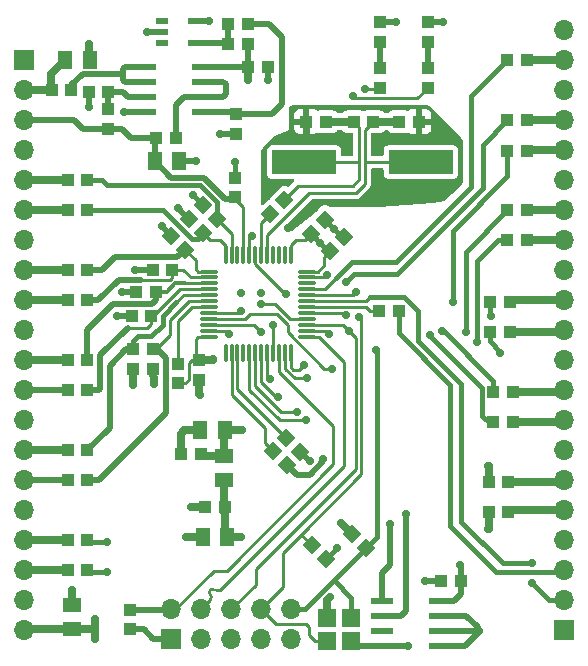
<source format=gbr>
%TF.GenerationSoftware,KiCad,Pcbnew,7.0.8*%
%TF.CreationDate,2024-01-04T13:39:42+01:00*%
%TF.ProjectId,OSSI_CM2,4f535349-5f43-44d3-922e-6b696361645f,rev?*%
%TF.SameCoordinates,Original*%
%TF.FileFunction,Copper,L1,Top*%
%TF.FilePolarity,Positive*%
%FSLAX46Y46*%
G04 Gerber Fmt 4.6, Leading zero omitted, Abs format (unit mm)*
G04 Created by KiCad (PCBNEW 7.0.8) date 2024-01-04 13:39:42*
%MOMM*%
%LPD*%
G01*
G04 APERTURE LIST*
G04 Aperture macros list*
%AMRoundRect*
0 Rectangle with rounded corners*
0 $1 Rounding radius*
0 $2 $3 $4 $5 $6 $7 $8 $9 X,Y pos of 4 corners*
0 Add a 4 corners polygon primitive as box body*
4,1,4,$2,$3,$4,$5,$6,$7,$8,$9,$2,$3,0*
0 Add four circle primitives for the rounded corners*
1,1,$1+$1,$2,$3*
1,1,$1+$1,$4,$5*
1,1,$1+$1,$6,$7*
1,1,$1+$1,$8,$9*
0 Add four rect primitives between the rounded corners*
20,1,$1+$1,$2,$3,$4,$5,0*
20,1,$1+$1,$4,$5,$6,$7,0*
20,1,$1+$1,$6,$7,$8,$9,0*
20,1,$1+$1,$8,$9,$2,$3,0*%
%AMRotRect*
0 Rectangle, with rotation*
0 The origin of the aperture is its center*
0 $1 length*
0 $2 width*
0 $3 Rotation angle, in degrees counterclockwise*
0 Add horizontal line*
21,1,$1,$2,0,0,$3*%
G04 Aperture macros list end*
%TA.AperFunction,SMDPad,CuDef*%
%ADD10RotRect,1.100000X1.100000X135.000000*%
%TD*%
%TA.AperFunction,SMDPad,CuDef*%
%ADD11R,1.100000X1.100000*%
%TD*%
%TA.AperFunction,SMDPad,CuDef*%
%ADD12R,1.050000X0.600000*%
%TD*%
%TA.AperFunction,SMDPad,CuDef*%
%ADD13R,1.500000X1.500000*%
%TD*%
%TA.AperFunction,SMDPad,CuDef*%
%ADD14RotRect,1.100000X1.100000X45.000000*%
%TD*%
%TA.AperFunction,SMDPad,CuDef*%
%ADD15RotRect,1.100000X1.100000X315.000000*%
%TD*%
%TA.AperFunction,SMDPad,CuDef*%
%ADD16R,1.500000X1.250000*%
%TD*%
%TA.AperFunction,SMDPad,CuDef*%
%ADD17R,1.970000X0.600000*%
%TD*%
%TA.AperFunction,SMDPad,CuDef*%
%ADD18R,1.250000X1.500000*%
%TD*%
%TA.AperFunction,SMDPad,CuDef*%
%ADD19RoundRect,0.075000X-0.075000X0.662500X-0.075000X-0.662500X0.075000X-0.662500X0.075000X0.662500X0*%
%TD*%
%TA.AperFunction,SMDPad,CuDef*%
%ADD20RoundRect,0.075000X-0.662500X0.075000X-0.662500X-0.075000X0.662500X-0.075000X0.662500X0.075000X0*%
%TD*%
%TA.AperFunction,SMDPad,CuDef*%
%ADD21R,5.500000X2.000000*%
%TD*%
%TA.AperFunction,SMDPad,CuDef*%
%ADD22RotRect,1.100000X1.100000X225.000000*%
%TD*%
%TA.AperFunction,ComponentPad*%
%ADD23R,1.700000X1.700000*%
%TD*%
%TA.AperFunction,ComponentPad*%
%ADD24O,1.700000X1.700000*%
%TD*%
%TA.AperFunction,ViaPad*%
%ADD25C,0.700000*%
%TD*%
%TA.AperFunction,Conductor*%
%ADD26C,0.400000*%
%TD*%
%TA.AperFunction,Conductor*%
%ADD27C,0.700000*%
%TD*%
%TA.AperFunction,Conductor*%
%ADD28C,0.250000*%
%TD*%
%TA.AperFunction,Conductor*%
%ADD29C,0.500000*%
%TD*%
%TA.AperFunction,Conductor*%
%ADD30C,0.300000*%
%TD*%
G04 APERTURE END LIST*
D10*
%TO.P,R131,1,1*%
%TO.N,GND*%
X144917697Y-119717697D03*
%TO.P,R131,2,2*%
%TO.N,Net-(U101B-PH3{slash}BOOT0)*%
X143732303Y-118532303D03*
%TD*%
D11*
%TO.P,R140,1,1*%
%TO.N,Net-(U101A-PA12)*%
X153550000Y-79804000D03*
%TO.P,R140,2,2*%
%TO.N,Net-(H140-PadA)*%
X153550000Y-78127600D03*
%TD*%
%TO.P,H140,A,A*%
%TO.N,Net-(H140-PadA)*%
X153550000Y-75904000D03*
%TO.P,H140,K,K*%
%TO.N,GND*%
X153550000Y-74227600D03*
%TD*%
%TO.P,C102,1,1*%
%TO.N,GND*%
X143286800Y-82650001D03*
%TO.P,C102,2,2*%
%TO.N,Net-(C102-Pad2)*%
X144963200Y-82650001D03*
%TD*%
%TO.P,R124,1,1*%
%TO.N,Net-(U101A-PB4)*%
X124738200Y-120650000D03*
%TO.P,R124,2,2*%
%TO.N,LED_Green_Ctrl*%
X123061800Y-120650000D03*
%TD*%
D12*
%TO.P,D101,1,NC*%
%TO.N,unconnected-(D101-NC-Pad1)*%
X131038200Y-74104000D03*
%TO.P,D101,2,GND*%
%TO.N,AGND*%
X131038200Y-75054000D03*
%TO.P,D101,3,NC*%
%TO.N,unconnected-(D101-NC-Pad3)*%
X131038200Y-76004000D03*
%TO.P,D101,4,K*%
%TO.N,Net-(D101-K)*%
X133738200Y-76004000D03*
%TO.P,D101,5,A*%
%TO.N,AGND*%
X133738200Y-74104000D03*
%TD*%
D11*
%TO.P,R114,1,1*%
%TO.N,Boost_T1*%
X160788200Y-105554000D03*
%TO.P,R114,2,2*%
%TO.N,Net-(U101A-PB10{slash}T2Ch3)*%
X159111800Y-105554000D03*
%TD*%
%TO.P,R132,1,1*%
%TO.N,Net-(R132-Pad1)*%
X126526400Y-80104000D03*
%TO.P,R132,2,2*%
%TO.N,AGND*%
X124850000Y-80104000D03*
%TD*%
D13*
%TO.P,RESET0,1,1*%
%TO.N,GND*%
X147100000Y-126650000D03*
%TO.P,RESET0,2,2*%
%TO.N,Net-(U101B-~{RST})*%
X147100000Y-124650000D03*
%TD*%
D11*
%TO.P,R115,1,1*%
%TO.N,Relay_Voltage_Ctrl*%
X160488200Y-100454000D03*
%TO.P,R115,2,2*%
%TO.N,Net-(U101A-PB11{slash}T2Ch4)*%
X158811800Y-100454000D03*
%TD*%
%TO.P,R105,1,1*%
%TO.N,AC_Relay_Voltage*%
X123061800Y-102870000D03*
%TO.P,R105,2,2*%
%TO.N,Net-(U101C-PA5{slash}ADC12_In10)*%
X124738200Y-102870000D03*
%TD*%
%TO.P,C115,1,1*%
%TO.N,GND*%
X154673600Y-121529001D03*
%TO.P,C115,2,2*%
%TO.N,+3V3*%
X156350000Y-121529001D03*
%TD*%
%TO.P,R123,1,1*%
%TO.N,Net-(U101A-PB2)*%
X124738200Y-118110000D03*
%TO.P,R123,2,2*%
%TO.N,LED_Red_Ctrl*%
X123061800Y-118110000D03*
%TD*%
D14*
%TO.P,R116,1,1*%
%TO.N,Net-(U101B-PH1{slash}OSC_OUT)*%
X140207303Y-90442697D03*
%TO.P,R116,2,2*%
%TO.N,Net-(C102-Pad2)*%
X141392697Y-89257303D03*
%TD*%
D15*
%TO.P,R121,1,1*%
%TO.N,Net-(U101A-PB13{slash}I2C2_CLK)*%
X140482303Y-110557303D03*
%TO.P,R121,2,2*%
%TO.N,I2C_Clk*%
X141667697Y-111742697D03*
%TD*%
D11*
%TO.P,C106,1,1*%
%TO.N,AGND*%
X128900000Y-97100000D03*
%TO.P,C106,2,2*%
%TO.N,Net-(U101C-PA5{slash}ADC12_In10)*%
X130576400Y-97100000D03*
%TD*%
D16*
%TO.P,L101,1,1*%
%TO.N,+3V3_ANA*%
X136336800Y-110979000D03*
%TO.P,L101,2,2*%
%TO.N,+3V3*%
X136336800Y-113029000D03*
%TD*%
D11*
%TO.P,R127,1,1*%
%TO.N,+3V3*%
X158711800Y-113154000D03*
%TO.P,R127,2,2*%
%TO.N,I2C_Clk*%
X160388200Y-113154000D03*
%TD*%
%TO.P,R102,1,1*%
%TO.N,DC_Link_Voltage*%
X123061800Y-95250000D03*
%TO.P,R102,2,2*%
%TO.N,Net-(U101C-PA3{slash}ADC12_In8)*%
X124738200Y-95250000D03*
%TD*%
%TO.P,R104,1,1*%
%TO.N,AC_Current*%
X123061800Y-97790000D03*
%TO.P,R104,2,2*%
%TO.N,Net-(U101C-PA4{slash}ADC12_In9)*%
X124738200Y-97790000D03*
%TD*%
%TO.P,R109,1,1*%
%TO.N,Relay_Ctrl_Voltage*%
X123061800Y-90170000D03*
%TO.P,R109,2,2*%
%TO.N,Net-(U101C-PA2{slash}ADC12_In7)*%
X124738200Y-90170000D03*
%TD*%
D15*
%TO.P,C112,1,1*%
%TO.N,AGND*%
X133314606Y-90914606D03*
%TO.P,C112,2,2*%
%TO.N,Net-(U101C-PA2{slash}ADC12_In7)*%
X134500000Y-92100000D03*
%TD*%
D11*
%TO.P,R118,1,1*%
%TO.N,Net-(U101A-PA9{slash}T1Ch2)*%
X160311800Y-92700000D03*
%TO.P,R118,2,2*%
%TO.N,Bridge_T2*%
X161988200Y-92700000D03*
%TD*%
%TO.P,R106,1,1*%
%TO.N,DC_Input_Voltage*%
X123061800Y-105410000D03*
%TO.P,R106,2,2*%
%TO.N,Net-(U101C-PA6{slash}ADC12_In11)*%
X124738200Y-105410000D03*
%TD*%
%TO.P,C116,1,1*%
%TO.N,AGND*%
X137225000Y-87386800D03*
%TO.P,C116,2,2*%
%TO.N,2V50_REF*%
X137225000Y-89063200D03*
%TD*%
%TO.P,C120,1,1*%
%TO.N,GND*%
X134736800Y-115297400D03*
%TO.P,C120,2,2*%
%TO.N,+3V3*%
X136413200Y-115297400D03*
%TD*%
D17*
%TO.P,U104,1,1*%
%TO.N,Net-(R135-Pad1)*%
X129613200Y-77999000D03*
%TO.P,U104,2,2*%
X129613200Y-79269000D03*
%TO.P,U104,3,3*%
%TO.N,Net-(R132-Pad1)*%
X129613200Y-80539000D03*
%TO.P,U104,4,4*%
%TO.N,AGND*%
X129613200Y-81809000D03*
%TO.P,U104,5,5*%
%TO.N,Net-(C119-Pad2)*%
X134563200Y-81809000D03*
%TO.P,U104,6,6*%
%TO.N,Net-(R134-Pad1)*%
X134563200Y-80539000D03*
%TO.P,U104,7,7*%
X134563200Y-79269000D03*
%TO.P,U104,8,8*%
%TO.N,+3V3_ANA*%
X134563200Y-77999000D03*
%TD*%
D11*
%TO.P,R119,1,1*%
%TO.N,Net-(U101A-PA10{slash}T1Ch3)*%
X160311800Y-90175000D03*
%TO.P,R119,2,2*%
%TO.N,Bridge_T3*%
X161988200Y-90175000D03*
%TD*%
D18*
%TO.P,C124,1,1*%
%TO.N,AGND*%
X124925000Y-77404000D03*
%TO.P,C124,2,2*%
%TO.N,1V25_REF*%
X122875000Y-77404000D03*
%TD*%
D15*
%TO.P,R122,1,1*%
%TO.N,Net-(U101A-PB14{slash}I2C2_DAT)*%
X141582303Y-109432303D03*
%TO.P,R122,2,2*%
%TO.N,I2C_Dat*%
X142767697Y-110617697D03*
%TD*%
D11*
%TO.P,R134,1,1*%
%TO.N,Net-(R134-Pad1)*%
X132226400Y-84004000D03*
%TO.P,R134,2,2*%
%TO.N,2V50_REF*%
X130550000Y-84004000D03*
%TD*%
%TO.P,C105,1,1*%
%TO.N,AGND*%
X130261800Y-95200000D03*
%TO.P,C105,2,2*%
%TO.N,Net-(U101C-PA4{slash}ADC12_In9)*%
X131938200Y-95200000D03*
%TD*%
D13*
%TO.P,BOOT0,1,1*%
%TO.N,+3V3*%
X145025000Y-124650000D03*
%TO.P,BOOT0,2,2*%
%TO.N,Net-(U101B-PH3{slash}BOOT0)*%
X145025000Y-126650000D03*
%TD*%
D11*
%TO.P,R133,1,1*%
%TO.N,Net-(R132-Pad1)*%
X126526400Y-81615800D03*
%TO.P,R133,2,2*%
%TO.N,2V50_REF*%
X126526400Y-83292200D03*
%TD*%
%TO.P,R120,1,1*%
%TO.N,Net-(U101A-PA11{slash}T1Ch4)*%
X160311800Y-85100000D03*
%TO.P,R120,2,2*%
%TO.N,Bridge_T4*%
X161988200Y-85100000D03*
%TD*%
D17*
%TO.P,U103,1,SDA*%
%TO.N,I2C_Dat*%
X149675001Y-123224000D03*
%TO.P,U103,2,SCL*%
%TO.N,I2C_Clk*%
X149675001Y-124494000D03*
%TO.P,U103,3,~{O.S.}*%
%TO.N,unconnected-(U103-~{O.S.}-Pad3)*%
X149675001Y-125764000D03*
%TO.P,U103,4,GND*%
%TO.N,GND*%
X149675001Y-127034000D03*
%TO.P,U103,5,A2*%
X154625001Y-127034000D03*
%TO.P,U103,6,A1*%
X154625001Y-125764000D03*
%TO.P,U103,7,A0*%
X154625001Y-124494000D03*
%TO.P,U103,8,+VS*%
%TO.N,+3V3*%
X154625001Y-123224000D03*
%TD*%
D11*
%TO.P,R129,1,1*%
%TO.N,+3V3_ANA*%
X138338200Y-76054000D03*
%TO.P,R129,2,2*%
%TO.N,Net-(D101-K)*%
X136661800Y-76054000D03*
%TD*%
%TO.P,R107,1,1*%
%TO.N,DC_Current*%
X123061800Y-110490000D03*
%TO.P,R107,2,2*%
%TO.N,Net-(U101C-PA7{slash}ADC12_In12)*%
X124738200Y-110490000D03*
%TD*%
%TO.P,H141,A,A*%
%TO.N,Net-(H141-PadA)*%
X149550000Y-75904000D03*
%TO.P,H141,K,K*%
%TO.N,GND*%
X149550000Y-74227600D03*
%TD*%
%TO.P,R135,1,1*%
%TO.N,Net-(R135-Pad1)*%
X123388200Y-80010000D03*
%TO.P,R135,2,2*%
%TO.N,1V25_REF*%
X121711800Y-80010000D03*
%TD*%
%TO.P,C109,1,1*%
%TO.N,AGND*%
X128600000Y-103592200D03*
%TO.P,C109,2,2*%
%TO.N,Net-(U101C-PA7{slash}ADC12_In12)*%
X128600000Y-101915800D03*
%TD*%
%TO.P,R110,1,1*%
%TO.N,Net-(U101B-PH0{slash}OSC_IN)*%
X148963200Y-82650000D03*
%TO.P,R110,2,2*%
%TO.N,Net-(C102-Pad2)*%
X147286800Y-82650000D03*
%TD*%
%TO.P,R113,1,1*%
%TO.N,HISIDE_PWM_\u00B5C*%
X160775000Y-108100000D03*
%TO.P,R113,2,2*%
%TO.N,/TRACE_SWO{slash}PB3*%
X159098600Y-108100000D03*
%TD*%
%TO.P,R111,1,1*%
%TO.N,+3V3*%
X132450000Y-104813200D03*
%TO.P,R111,2,2*%
%TO.N,Net-(U101A-PB1)*%
X132450000Y-103136800D03*
%TD*%
D16*
%TO.P,C114,1,1*%
%TO.N,GND*%
X123400000Y-123579000D03*
%TO.P,C114,2,2*%
%TO.N,+3V3*%
X123400000Y-125629000D03*
%TD*%
D11*
%TO.P,C113,1,1*%
%TO.N,GND*%
X134225000Y-104488200D03*
%TO.P,C113,2,2*%
%TO.N,+3V3*%
X134225000Y-102811800D03*
%TD*%
%TO.P,R108,1,1*%
%TO.N,AC_Inverter_Voltage*%
X123061800Y-113030000D03*
%TO.P,R108,2,2*%
%TO.N,Net-(U101C-PB0{slash}ADC12_In15)*%
X124738200Y-113030000D03*
%TD*%
%TO.P,R126,1,1*%
%TO.N,Net-(U101A-PB8)*%
X160286800Y-77475000D03*
%TO.P,R126,2,2*%
%TO.N,Grid_Relay_Ctrl*%
X161963200Y-77475000D03*
%TD*%
D15*
%TO.P,C103,1,1*%
%TO.N,AGND*%
X131814606Y-92314606D03*
%TO.P,C103,2,2*%
%TO.N,Net-(U101C-PA3{slash}ADC12_In8)*%
X133000000Y-93500000D03*
%TD*%
D19*
%TO.P,U101,1,VBAT*%
%TO.N,+3V3*%
X141950000Y-93937500D03*
%TO.P,U101,2,PC13*%
%TO.N,unconnected-(U101A-PC13-Pad2)*%
X141450000Y-93937500D03*
%TO.P,U101,3,PC14/OSC32_IN*%
%TO.N,unconnected-(U101A-PC14{slash}OSC32_IN-Pad3)*%
X140950000Y-93937500D03*
%TO.P,U101,4,PC15/OSC32_OUT*%
%TO.N,unconnected-(U101A-PC15{slash}OSC32_OUT-Pad4)*%
X140450000Y-93937500D03*
%TO.P,U101,5,PH0/OSC_IN*%
%TO.N,Net-(U101B-PH0{slash}OSC_IN)*%
X139950000Y-93937500D03*
%TO.P,U101,6,PH1/OSC_OUT*%
%TO.N,Net-(U101B-PH1{slash}OSC_OUT)*%
X139450000Y-93937500D03*
%TO.P,U101,7,~{RST}*%
%TO.N,Net-(U101B-~{RST})*%
X138950000Y-93937500D03*
%TO.P,U101,8,VREF-*%
%TO.N,AGND*%
X138450000Y-93937500D03*
%TO.P,U101,9,VREF+*%
%TO.N,2V50_REF*%
X137950000Y-93937500D03*
%TO.P,U101,10,PA0/T2Ch1*%
%TO.N,unconnected-(U101A-PA0{slash}T2Ch1-Pad10)*%
X137450000Y-93937500D03*
%TO.P,U101,11,PA1/ADC1_In6*%
%TO.N,Net-(U101C-PA1{slash}ADC1_In6)*%
X136950000Y-93937500D03*
%TO.P,U101,12,PA2/ADC12_In7*%
%TO.N,Net-(U101C-PA2{slash}ADC12_In7)*%
X136450000Y-93937500D03*
D20*
%TO.P,U101,13,PA3/ADC12_In8*%
%TO.N,Net-(U101C-PA3{slash}ADC12_In8)*%
X135037500Y-95350000D03*
%TO.P,U101,14,PA4/ADC12_In9*%
%TO.N,Net-(U101C-PA4{slash}ADC12_In9)*%
X135037500Y-95850000D03*
%TO.P,U101,15,PA5/ADC12_In10*%
%TO.N,Net-(U101C-PA5{slash}ADC12_In10)*%
X135037500Y-96350000D03*
%TO.P,U101,16,PA6/ADC12_In11*%
%TO.N,Net-(U101C-PA6{slash}ADC12_In11)*%
X135037500Y-96850000D03*
%TO.P,U101,17,PA7/ADC12_In12*%
%TO.N,Net-(U101C-PA7{slash}ADC12_In12)*%
X135037500Y-97350000D03*
%TO.P,U101,18,PB0/ADC12_In15*%
%TO.N,Net-(U101C-PB0{slash}ADC12_In15)*%
X135037500Y-97850000D03*
%TO.P,U101,19,PB1*%
%TO.N,Net-(U101A-PB1)*%
X135037500Y-98350000D03*
%TO.P,U101,20,PB2*%
%TO.N,Net-(U101A-PB2)*%
X135037500Y-98850000D03*
%TO.P,U101,21,PB10/T2Ch3*%
%TO.N,Net-(U101A-PB10{slash}T2Ch3)*%
X135037500Y-99350000D03*
%TO.P,U101,22,PB11/T2Ch4*%
%TO.N,Net-(U101A-PB11{slash}T2Ch4)*%
X135037500Y-99850000D03*
%TO.P,U101,23,GND*%
%TO.N,GND*%
X135037500Y-100350000D03*
%TO.P,U101,24,VDD*%
%TO.N,+3V3*%
X135037500Y-100850000D03*
D19*
%TO.P,U101,25,PB12*%
%TO.N,unconnected-(U101A-PB12-Pad25)*%
X136450000Y-102262500D03*
%TO.P,U101,26,PB13/I2C2_CLK*%
%TO.N,Net-(U101A-PB13{slash}I2C2_CLK)*%
X136950000Y-102262500D03*
%TO.P,U101,27,PB14/I2C2_DAT*%
%TO.N,Net-(U101A-PB14{slash}I2C2_DAT)*%
X137450000Y-102262500D03*
%TO.P,U101,28,PB15*%
%TO.N,unconnected-(U101A-PB15-Pad28)*%
X137950000Y-102262500D03*
%TO.P,U101,29,PA8/T1Ch1*%
%TO.N,Net-(U101A-PA8{slash}T1Ch1)*%
X138450000Y-102262500D03*
%TO.P,U101,30,PA9/T1Ch2*%
%TO.N,Net-(U101A-PA9{slash}T1Ch2)*%
X138950000Y-102262500D03*
%TO.P,U101,31,PA10/T1Ch3*%
%TO.N,Net-(U101A-PA10{slash}T1Ch3)*%
X139450000Y-102262500D03*
%TO.P,U101,32,PA11/T1Ch4*%
%TO.N,Net-(U101A-PA11{slash}T1Ch4)*%
X139950000Y-102262500D03*
%TO.P,U101,33,PA12*%
%TO.N,Net-(U101A-PA12)*%
X140450000Y-102262500D03*
%TO.P,U101,34,PA13/SWDIO*%
%TO.N,/SWD_DIO{slash}PA13*%
X140950000Y-102262500D03*
%TO.P,U101,35,GND*%
%TO.N,GND*%
X141450000Y-102262500D03*
%TO.P,U101,36,VDDUSB*%
%TO.N,+3V3*%
X141950000Y-102262500D03*
D20*
%TO.P,U101,37,PA14/SWCLK*%
%TO.N,/SWD_CLK{slash}PA14*%
X143362500Y-100850000D03*
%TO.P,U101,38,PA15*%
%TO.N,Net-(U101A-PA15)*%
X143362500Y-100350000D03*
%TO.P,U101,39,PB3/TRACESWO/T2Ch2*%
%TO.N,/TRACE_SWO{slash}PB3*%
X143362500Y-99850000D03*
%TO.P,U101,40,PB4*%
%TO.N,Net-(U101A-PB4)*%
X143362500Y-99350000D03*
%TO.P,U101,41,PB5*%
%TO.N,Net-(U101A-PB5)*%
X143362500Y-98850000D03*
%TO.P,U101,42,PB6/UART1_TX*%
%TO.N,Net-(U101A-PB6{slash}UART1_TX)*%
X143362500Y-98350000D03*
%TO.P,U101,43,PB7/UART1_RX*%
%TO.N,UART_RX*%
X143362500Y-97850000D03*
%TO.P,U101,44,PH3/BOOT0*%
%TO.N,Net-(U101B-PH3{slash}BOOT0)*%
X143362500Y-97350000D03*
%TO.P,U101,45,PB8*%
%TO.N,Net-(U101A-PB8)*%
X143362500Y-96850000D03*
%TO.P,U101,46,PB9*%
%TO.N,unconnected-(U101A-PB9-Pad46)*%
X143362500Y-96350000D03*
%TO.P,U101,47,GND*%
%TO.N,GND*%
X143362500Y-95850000D03*
%TO.P,U101,48,VDD*%
%TO.N,+3V3*%
X143362500Y-95350000D03*
%TD*%
D21*
%TO.P,Y101,1,1*%
%TO.N,Net-(U101B-PH0{slash}OSC_IN)*%
X152975000Y-86075000D03*
%TO.P,Y101,2,2*%
%TO.N,Net-(C102-Pad2)*%
X143075000Y-86075000D03*
%TD*%
D11*
%TO.P,R141,1,1*%
%TO.N,Net-(U101A-PA15)*%
X149550000Y-79804000D03*
%TO.P,R141,2,2*%
%TO.N,Net-(H141-PadA)*%
X149550000Y-78127600D03*
%TD*%
D22*
%TO.P,C108,1,1*%
%TO.N,GND*%
X144864800Y-90982303D03*
%TO.P,C108,2,2*%
%TO.N,+3V3*%
X143679406Y-92167697D03*
%TD*%
D11*
%TO.P,R128,1,1*%
%TO.N,+3V3*%
X158711800Y-115704000D03*
%TO.P,R128,2,2*%
%TO.N,I2C_Dat*%
X160388200Y-115704000D03*
%TD*%
%TO.P,C110,1,1*%
%TO.N,AGND*%
X130325000Y-103588200D03*
%TO.P,C110,2,2*%
%TO.N,Net-(U101C-PB0{slash}ADC12_In15)*%
X130325000Y-101911800D03*
%TD*%
D23*
%TO.P,X101,1,1*%
%TO.N,+3V3*%
X131850000Y-126454000D03*
D24*
%TO.P,X101,2,2*%
%TO.N,/SWD_DIO{slash}PA13*%
X131850000Y-123914000D03*
%TO.P,X101,3,3*%
%TO.N,GND*%
X134390000Y-126454000D03*
%TO.P,X101,4,4*%
%TO.N,/SWD_CLK{slash}PA14*%
X134390000Y-123914000D03*
%TO.P,X101,5,5*%
%TO.N,GND*%
X136930000Y-126454000D03*
%TO.P,X101,6,6*%
%TO.N,/TRACE_SWO{slash}PB3*%
X136930000Y-123914000D03*
%TO.P,X101,7,7*%
%TO.N,unconnected-(X101-Pad7)*%
X139470000Y-126454000D03*
%TO.P,X101,8,8*%
%TO.N,Net-(U101B-PH3{slash}BOOT0)*%
X139470000Y-123914000D03*
%TO.P,X101,9,9*%
%TO.N,GND*%
X142010000Y-126454000D03*
%TO.P,X101,10,10*%
%TO.N,Net-(U101B-~{RST})*%
X142010000Y-123914000D03*
%TD*%
D15*
%TO.P,C104,1,1*%
%TO.N,AGND*%
X134514606Y-89714606D03*
%TO.P,C104,2,2*%
%TO.N,Net-(U101C-PA1{slash}ADC1_In6)*%
X135700000Y-90900000D03*
%TD*%
D11*
%TO.P,R125,1,1*%
%TO.N,Net-(U101A-PB5)*%
X160311800Y-82550000D03*
%TO.P,R125,2,2*%
%TO.N,Inv_Relay_Ctrl*%
X161988200Y-82550000D03*
%TD*%
D15*
%TO.P,R136,1,1*%
%TO.N,+3V3*%
X147132303Y-117582303D03*
%TO.P,R136,2,2*%
%TO.N,Net-(U101B-~{RST})*%
X148317697Y-118767697D03*
%TD*%
D11*
%TO.P,R130,1,1*%
%TO.N,Net-(D101-K)*%
X136661800Y-74354000D03*
%TO.P,R130,2,2*%
%TO.N,Net-(C119-Pad2)*%
X138338200Y-74354000D03*
%TD*%
%TO.P,C107,1,1*%
%TO.N,AGND*%
X128486800Y-99125000D03*
%TO.P,C107,2,2*%
%TO.N,Net-(U101C-PA6{slash}ADC12_In11)*%
X130163200Y-99125000D03*
%TD*%
D18*
%TO.P,C123,1,1*%
%TO.N,AGND*%
X132475000Y-86004000D03*
%TO.P,C123,2,2*%
%TO.N,2V50_REF*%
X130425000Y-86004000D03*
%TD*%
D11*
%TO.P,C117,1,1*%
%TO.N,AGND*%
X132661800Y-110800000D03*
%TO.P,C117,2,2*%
%TO.N,+3V3_ANA*%
X134338200Y-110800000D03*
%TD*%
%TO.P,C119,1,1*%
%TO.N,AGND*%
X137350000Y-83692200D03*
%TO.P,C119,2,2*%
%TO.N,Net-(C119-Pad2)*%
X137350000Y-82015800D03*
%TD*%
D18*
%TO.P,C118,1,1*%
%TO.N,AGND*%
X134311800Y-108804000D03*
%TO.P,C118,2,2*%
%TO.N,+3V3_ANA*%
X136361800Y-108804000D03*
%TD*%
D11*
%TO.P,R103,1,1*%
%TO.N,AC_Grid_Voltage*%
X123061800Y-87630000D03*
%TO.P,R103,2,2*%
%TO.N,Net-(U101C-PA1{slash}ADC1_In6)*%
X124738200Y-87630000D03*
%TD*%
%TO.P,R112,1,1*%
%TO.N,Net-(U101A-PB6{slash}UART1_TX)*%
X149411800Y-98704000D03*
%TO.P,R112,2,2*%
%TO.N,UART_TX*%
X151088200Y-98704000D03*
%TD*%
%TO.P,C101,1,1*%
%TO.N,GND*%
X152801399Y-82650000D03*
%TO.P,C101,2,2*%
%TO.N,Net-(U101B-PH0{slash}OSC_IN)*%
X151124999Y-82650000D03*
%TD*%
D22*
%TO.P,C111,1,1*%
%TO.N,GND*%
X146442697Y-92432303D03*
%TO.P,C111,2,2*%
%TO.N,+3V3*%
X145257303Y-93617697D03*
%TD*%
D11*
%TO.P,R101,1,1*%
%TO.N,+3V3*%
X128370000Y-125652200D03*
%TO.P,R101,2,2*%
%TO.N,/SWD_DIO{slash}PA13*%
X128370000Y-123975800D03*
%TD*%
%TO.P,R117,1,1*%
%TO.N,Net-(U101A-PA8{slash}T1Ch1)*%
X158811800Y-97904000D03*
%TO.P,R117,2,2*%
%TO.N,Bridge_T1*%
X160488200Y-97904000D03*
%TD*%
%TO.P,C122,1,1*%
%TO.N,AGND*%
X140026400Y-78004000D03*
%TO.P,C122,2,2*%
%TO.N,+3V3_ANA*%
X138350000Y-78004000D03*
%TD*%
D18*
%TO.P,C121,1,1*%
%TO.N,GND*%
X134550000Y-117797400D03*
%TO.P,C121,2,2*%
%TO.N,+3V3*%
X136600000Y-117797400D03*
%TD*%
D23*
%TO.P,X201,1,Pin_1*%
%TO.N,+3V3_ANA*%
X119380000Y-77470000D03*
D24*
%TO.P,X201,2,Pin_2*%
%TO.N,1V25_REF*%
X119380000Y-80010000D03*
%TO.P,X201,3,Pin_3*%
%TO.N,2V50_REF*%
X119380000Y-82550000D03*
%TO.P,X201,4,Pin_4*%
%TO.N,AGND*%
X119380000Y-85090000D03*
%TO.P,X201,5,Pin_5*%
%TO.N,AC_Grid_Voltage*%
X119380000Y-87630000D03*
%TO.P,X201,6,Pin_6*%
%TO.N,Relay_Ctrl_Voltage*%
X119380000Y-90170000D03*
%TO.P,X201,7,Pin_7*%
%TO.N,AGND*%
X119380000Y-92710000D03*
%TO.P,X201,8,Pin_8*%
%TO.N,DC_Link_Voltage*%
X119380000Y-95250000D03*
%TO.P,X201,9,Pin_9*%
%TO.N,AC_Current*%
X119380000Y-97790000D03*
%TO.P,X201,10,Pin_10*%
%TO.N,AGND*%
X119380000Y-100330000D03*
%TO.P,X201,11,Pin_11*%
%TO.N,AC_Relay_Voltage*%
X119380000Y-102870000D03*
%TO.P,X201,12,Pin_12*%
%TO.N,DC_Input_Voltage*%
X119380000Y-105410000D03*
%TO.P,X201,13,Pin_13*%
%TO.N,AGND*%
X119380000Y-107950000D03*
%TO.P,X201,14,Pin_14*%
%TO.N,DC_Current*%
X119380000Y-110490000D03*
%TO.P,X201,15,Pin_15*%
%TO.N,AC_Inverter_Voltage*%
X119380000Y-113030000D03*
%TO.P,X201,16,Pin_16*%
%TO.N,AGND*%
X119380000Y-115570000D03*
%TO.P,X201,17,Pin_17*%
%TO.N,LED_Red_Ctrl*%
X119380000Y-118110000D03*
%TO.P,X201,18,Pin_18*%
%TO.N,LED_Green_Ctrl*%
X119380000Y-120650000D03*
%TO.P,X201,19,Pin_19*%
%TO.N,GND*%
X119380000Y-123190000D03*
%TO.P,X201,20,Pin_20*%
%TO.N,+3V3*%
X119380000Y-125730000D03*
%TD*%
D23*
%TO.P,X202,21,Pin_21*%
%TO.N,GND*%
X165100000Y-125730000D03*
D24*
%TO.P,X202,22,Pin_22*%
%TO.N,UART_RX*%
X165100000Y-123190000D03*
%TO.P,X202,23,Pin_23*%
%TO.N,UART_TX*%
X165100000Y-120650000D03*
%TO.P,X202,24,Pin_24*%
%TO.N,GND*%
X165100000Y-118110000D03*
%TO.P,X202,25,Pin_25*%
%TO.N,I2C_Dat*%
X165100000Y-115570000D03*
%TO.P,X202,26,Pin_26*%
%TO.N,I2C_Clk*%
X165100000Y-113030000D03*
%TO.P,X202,27,Pin_27*%
%TO.N,GND*%
X165100000Y-110490000D03*
%TO.P,X202,28,Pin_28*%
%TO.N,HISIDE_PWM_\u00B5C*%
X165100000Y-107950000D03*
%TO.P,X202,29,Pin_29*%
%TO.N,Boost_T1*%
X165100000Y-105410000D03*
%TO.P,X202,30,Pin_30*%
%TO.N,GND*%
X165100000Y-102870000D03*
%TO.P,X202,31,Pin_31*%
%TO.N,Relay_Voltage_Ctrl*%
X165100000Y-100330000D03*
%TO.P,X202,32,Pin_32*%
%TO.N,Bridge_T1*%
X165100000Y-97790000D03*
%TO.P,X202,33,Pin_33*%
%TO.N,GND*%
X165100000Y-95250000D03*
%TO.P,X202,34,Pin_34*%
%TO.N,Bridge_T2*%
X165100000Y-92710000D03*
%TO.P,X202,35,Pin_35*%
%TO.N,Bridge_T3*%
X165100000Y-90170000D03*
%TO.P,X202,36,Pin_36*%
%TO.N,GND*%
X165100000Y-87630000D03*
%TO.P,X202,37,Pin_37*%
%TO.N,Bridge_T4*%
X165100000Y-85090000D03*
%TO.P,X202,38,Pin_38*%
%TO.N,Inv_Relay_Ctrl*%
X165100000Y-82550000D03*
%TO.P,X202,39,Pin_39*%
%TO.N,GND*%
X165100000Y-80010000D03*
%TO.P,X202,40,Pin_40*%
%TO.N,Grid_Relay_Ctrl*%
X165100000Y-77470000D03*
%TO.P,X202,41,Pin_41*%
%TO.N,GND*%
X165100000Y-74930000D03*
%TD*%
D25*
%TO.N,GND*%
X151925000Y-127025000D03*
X152800000Y-83850000D03*
X145050000Y-95624500D03*
X133100000Y-117797400D03*
X136700000Y-100600000D03*
X141750000Y-91625000D03*
X149425000Y-88450000D03*
X145875000Y-118725000D03*
X134250000Y-105775000D03*
X154850000Y-74204000D03*
X139450000Y-97125000D03*
X139875000Y-88400000D03*
X143300000Y-84025000D03*
X133500000Y-115297400D03*
X153350000Y-121529000D03*
X123400000Y-122304000D03*
X157900000Y-125754000D03*
X143325000Y-104400000D03*
X150900000Y-74254000D03*
X145625000Y-91775000D03*
%TO.N,AGND*%
X136000000Y-83704000D03*
X137225000Y-86075000D03*
X133900000Y-86004000D03*
X124850000Y-81404000D03*
X133700000Y-88900000D03*
X138650000Y-92325000D03*
X135050000Y-74104000D03*
X130343523Y-104875000D03*
X132387023Y-89987024D03*
X128800000Y-95200000D03*
X127650000Y-97100000D03*
X124900000Y-76054000D03*
X137750000Y-97125000D03*
X131028445Y-91528445D03*
X132936800Y-108804000D03*
X140050000Y-79154000D03*
X127850000Y-81804000D03*
X127225000Y-99125000D03*
X128600000Y-104954000D03*
X129800000Y-75054000D03*
%TO.N,+3V3*%
X137750000Y-117797400D03*
X135400000Y-102775000D03*
X125350000Y-125629000D03*
X125350000Y-124804000D03*
X125350000Y-126454000D03*
X156300000Y-120179000D03*
X158700000Y-117154000D03*
X146196978Y-116646978D03*
X143050000Y-103275000D03*
X145269477Y-122894477D03*
X144475000Y-92925000D03*
X158700000Y-111804000D03*
%TO.N,Net-(U101A-PB10{slash}T2Ch3)*%
X145450000Y-103575000D03*
X154725000Y-100400000D03*
%TO.N,Net-(U101A-PB11{slash}T2Ch4)*%
X139475000Y-100500000D03*
X159712500Y-102212500D03*
%TO.N,Net-(U101A-PA8{slash}T1Ch1)*%
X158875000Y-99125000D03*
X143275000Y-107950000D03*
%TO.N,Net-(U101A-PA9{slash}T1Ch2)*%
X157725000Y-101325000D03*
X142475000Y-107200000D03*
%TO.N,Net-(U101A-PA10{slash}T1Ch3)*%
X156825000Y-100425000D03*
X140839444Y-105985556D03*
%TO.N,Net-(U101A-PA11{slash}T1Ch4)*%
X155725000Y-97900000D03*
X140224500Y-104412500D03*
%TO.N,I2C_Clk*%
X144725500Y-111225000D03*
X151725000Y-115875000D03*
%TO.N,I2C_Dat*%
X150325000Y-116704000D03*
X143584668Y-111409668D03*
%TO.N,Net-(U101A-PB2)*%
X126400000Y-118204000D03*
X137725000Y-98675500D03*
%TO.N,Net-(U101A-PB4)*%
X139400000Y-98125000D03*
X126400000Y-120804000D03*
%TO.N,Net-(U101A-PB5)*%
X146625000Y-99024500D03*
X146650000Y-96250000D03*
%TO.N,Net-(U101A-PA12)*%
X147225000Y-80525000D03*
X140450000Y-99850000D03*
%TO.N,Net-(U101A-PA15)*%
X145200000Y-100650000D03*
X148250000Y-79875000D03*
%TO.N,/TRACE_SWO{slash}PB3*%
X153750000Y-100677000D03*
X146900000Y-100375000D03*
%TO.N,UART_RX*%
X162350000Y-121750000D03*
X162350000Y-120034500D03*
%TO.N,Net-(U101B-PH3{slash}BOOT0)*%
X147475000Y-97075000D03*
X147700000Y-99225000D03*
%TO.N,Net-(U101B-~{RST})*%
X149150000Y-101975000D03*
X141550000Y-97225000D03*
%TO.N,+3V3_ANA*%
X138350000Y-79154000D03*
X137836800Y-108804000D03*
%TD*%
D26*
%TO.N,GND*%
X144864800Y-91014800D02*
X145625000Y-91775000D01*
D27*
X134736800Y-115297400D02*
X133500000Y-115297400D01*
X134225000Y-105750000D02*
X134250000Y-105775000D01*
D28*
X135037500Y-100350000D02*
X136450000Y-100350000D01*
D26*
X143300000Y-84025000D02*
X143300000Y-82663201D01*
X144917697Y-119682303D02*
X145875000Y-118725000D01*
X152800000Y-83850000D02*
X152801399Y-83848601D01*
D28*
X140650000Y-84025000D02*
X143300000Y-84025000D01*
D29*
X157800000Y-125729000D02*
X157800000Y-125479000D01*
X156815000Y-124494000D02*
X154625000Y-124494000D01*
X151925000Y-127025000D02*
X150875000Y-127025000D01*
D28*
X144824500Y-95850000D02*
X145050000Y-95624500D01*
D29*
X157800000Y-125729000D02*
X157800000Y-125979000D01*
D26*
X146282303Y-92432303D02*
X145625000Y-91775000D01*
D29*
X156745000Y-127034000D02*
X154625000Y-127034000D01*
X157765000Y-125764000D02*
X157800000Y-125729000D01*
D27*
X123400000Y-123579000D02*
X123400000Y-122304000D01*
D28*
X143325000Y-104400000D02*
X142288604Y-104400000D01*
D29*
X157800000Y-125479000D02*
X156815000Y-124494000D01*
D27*
X134550000Y-117797400D02*
X133100000Y-117797400D01*
D26*
X152801399Y-83848601D02*
X152801399Y-82650000D01*
D29*
X157800000Y-125979000D02*
X156745000Y-127034000D01*
X154625000Y-125764000D02*
X157765000Y-125764000D01*
X150875000Y-127025000D02*
X147475000Y-127025000D01*
D28*
X139650000Y-85025000D02*
X140650000Y-84025000D01*
D29*
X153550000Y-74227600D02*
X154826400Y-74227600D01*
X150875000Y-127025000D02*
X149684000Y-127025000D01*
X154826400Y-74227600D02*
X154850000Y-74204000D01*
D28*
X136450000Y-100350000D02*
X136700000Y-100600000D01*
X139650000Y-88175000D02*
X139650000Y-85025000D01*
X139875000Y-88400000D02*
X139650000Y-88175000D01*
D29*
X149550000Y-74227600D02*
X150873600Y-74227600D01*
D27*
X134225000Y-104488200D02*
X134225000Y-105750000D01*
D29*
X154673600Y-121529000D02*
X153350000Y-121529000D01*
D28*
X143362500Y-95850000D02*
X144824500Y-95850000D01*
D29*
X150873600Y-74227600D02*
X150900000Y-74254000D01*
D28*
X142288604Y-104400000D02*
X141450000Y-103561396D01*
X141450000Y-103561396D02*
X141450000Y-102262500D01*
%TO.N,Net-(U101B-PH0{slash}OSC_IN)*%
X147450000Y-88700000D02*
X148225000Y-87925000D01*
X148225000Y-86075000D02*
X152975000Y-86075000D01*
X148225000Y-86075000D02*
X148225000Y-83388200D01*
X139950000Y-92236396D02*
X143486396Y-88700000D01*
X143486396Y-88700000D02*
X147450000Y-88700000D01*
D27*
X148963201Y-82650000D02*
X151124999Y-82650000D01*
D28*
X139950000Y-93937500D02*
X139950000Y-92236396D01*
X148225000Y-87925000D02*
X148225000Y-86075000D01*
X148225000Y-83388200D02*
X148963200Y-82650000D01*
%TO.N,Net-(C102-Pad2)*%
X143075000Y-86075000D02*
X147750000Y-86075000D01*
X147750000Y-86075000D02*
X147775000Y-86100000D01*
X147225000Y-88100000D02*
X142550000Y-88100000D01*
X142550000Y-88100000D02*
X141392697Y-89257303D01*
X147775000Y-87550000D02*
X147225000Y-88100000D01*
X147775000Y-86100000D02*
X147775000Y-87550000D01*
X147750000Y-86075000D02*
X147775000Y-86050000D01*
D27*
X144963200Y-82650001D02*
X147286800Y-82650000D01*
D28*
X147775000Y-86050000D02*
X147775000Y-83138200D01*
X147775000Y-83138200D02*
X147286800Y-82650000D01*
D29*
%TO.N,AGND*%
X127855000Y-81809000D02*
X127850000Y-81804000D01*
D26*
X137225000Y-87300000D02*
X137225000Y-86075000D01*
D29*
X137350000Y-83692200D02*
X136011800Y-83692200D01*
D27*
X132936800Y-108804000D02*
X132661800Y-109079000D01*
D29*
X131814606Y-92314606D02*
X131028445Y-91528445D01*
X133349961Y-90949962D02*
X132387023Y-89987024D01*
D27*
X134311800Y-108804000D02*
X132936800Y-108804000D01*
D29*
X129969100Y-95200000D02*
X128830900Y-95200000D01*
D28*
X138450000Y-93937500D02*
X138450000Y-92525000D01*
D27*
X130343523Y-104875000D02*
X130325000Y-103588200D01*
D28*
X138450000Y-92525000D02*
X138650000Y-92325000D01*
D29*
X132475000Y-86004000D02*
X133900000Y-86004000D01*
X129613200Y-81809000D02*
X127855000Y-81809000D01*
X127225000Y-99125000D02*
X128486800Y-99125000D01*
X124850000Y-80104000D02*
X124850000Y-81404000D01*
X133738200Y-74104000D02*
X135050000Y-74104000D01*
D27*
X132661800Y-109079000D02*
X132661800Y-110800000D01*
D29*
X128900000Y-97100000D02*
X127650000Y-97100000D01*
D27*
X128600000Y-103592200D02*
X128600000Y-104954000D01*
D29*
X131038200Y-75054000D02*
X129800000Y-75054000D01*
X140026400Y-78004000D02*
X140026400Y-79130400D01*
D27*
X124900000Y-76054000D02*
X124900000Y-77379000D01*
D29*
X140026400Y-79130400D02*
X140050000Y-79154000D01*
X136011800Y-83692200D02*
X136000000Y-83704000D01*
D26*
X134514606Y-89714606D02*
X133700000Y-88900000D01*
D28*
%TO.N,Net-(U101C-PA1{slash}ADC1_In6)*%
X136950000Y-92150000D02*
X135700000Y-90900000D01*
D26*
X124738200Y-87630000D02*
X125955000Y-87630000D01*
D28*
X136950000Y-93937500D02*
X136950000Y-92150000D01*
D26*
X135700000Y-89500000D02*
X135700000Y-90900000D01*
X126375000Y-88050000D02*
X134250000Y-88050000D01*
X125955000Y-87630000D02*
X126375000Y-88050000D01*
X134250000Y-88050000D02*
X135700000Y-89500000D01*
D29*
%TO.N,Net-(U101C-PA7{slash}ADC12_In12)*%
X126650000Y-103315800D02*
X128050000Y-101915800D01*
D26*
X129025000Y-100800000D02*
X128600000Y-101225000D01*
D29*
X128050000Y-101915800D02*
X128600000Y-101915800D01*
D26*
X131113200Y-99840686D02*
X130153886Y-100800000D01*
X131113200Y-99136800D02*
X131113200Y-99840686D01*
X132287500Y-97962500D02*
X131113200Y-99136800D01*
D28*
X132900000Y-97350000D02*
X135037500Y-97350000D01*
X132287500Y-97962500D02*
X132900000Y-97350000D01*
D29*
X124738200Y-110490000D02*
X126650000Y-108578200D01*
X126650000Y-108578200D02*
X126650000Y-103315800D01*
D26*
X130153886Y-100800000D02*
X129025000Y-100800000D01*
X128600000Y-101225000D02*
X128600000Y-101727600D01*
%TO.N,Net-(U101C-PA2{slash}ADC12_In7)*%
X133600000Y-92600000D02*
X134083706Y-92600000D01*
X124783200Y-90125000D02*
X131125000Y-90125000D01*
D28*
X136000000Y-92700000D02*
X135100000Y-92700000D01*
X135100000Y-92700000D02*
X134500000Y-92100000D01*
X136450000Y-93937500D02*
X136450000Y-93150000D01*
X136450000Y-93150000D02*
X136000000Y-92700000D01*
D26*
X134083706Y-92600000D02*
X134607303Y-92076403D01*
X131125000Y-90125000D02*
X133600000Y-92600000D01*
D28*
%TO.N,Net-(U101C-PA3{slash}ADC12_In8)*%
X135037500Y-95350000D02*
X134150000Y-95350000D01*
X133900000Y-95100000D02*
X133900000Y-94400000D01*
X133900000Y-94400000D02*
X133000000Y-93500000D01*
X134150000Y-95350000D02*
X133900000Y-95100000D01*
D29*
X132357800Y-94142200D02*
X133000000Y-93500000D01*
X124738200Y-95250000D02*
X125950000Y-95250000D01*
X127057800Y-94142200D02*
X132357800Y-94142200D01*
X125950000Y-95250000D02*
X127057800Y-94142200D01*
D28*
%TO.N,Net-(U101C-PA4{slash}ADC12_In9)*%
X131938200Y-95861800D02*
X131938200Y-95200000D01*
X129300000Y-96065800D02*
X129334200Y-96100000D01*
D29*
X127388200Y-96065800D02*
X125664000Y-97790000D01*
X125664000Y-97790000D02*
X124738200Y-97790000D01*
D28*
X133500000Y-95850000D02*
X132850000Y-95200000D01*
X132850000Y-95200000D02*
X131938200Y-95200000D01*
X135037500Y-95850000D02*
X133500000Y-95850000D01*
D29*
X129300000Y-96065800D02*
X127388200Y-96065800D01*
D28*
X131700000Y-96100000D02*
X131938200Y-95861800D01*
X129334200Y-96100000D02*
X131700000Y-96100000D01*
D27*
%TO.N,+3V3*%
X136413200Y-115297400D02*
X136413200Y-117610600D01*
D28*
X143362500Y-95350000D02*
X144250000Y-95350000D01*
D27*
X158711800Y-117142200D02*
X158700000Y-117154000D01*
X134100000Y-102811800D02*
X135363200Y-102811800D01*
X123400000Y-125629000D02*
X125350000Y-125629000D01*
D28*
X134100000Y-102811800D02*
X133613200Y-102811800D01*
D29*
X129527200Y-125652200D02*
X130329000Y-126454000D01*
D28*
X133325000Y-104525000D02*
X133036800Y-104813200D01*
X144800000Y-94075000D02*
X144800000Y-94800000D01*
X141950000Y-93125000D02*
X142425000Y-92650000D01*
D29*
X155805000Y-123224000D02*
X156350000Y-122678999D01*
D28*
X142679658Y-103645342D02*
X142170342Y-103645342D01*
D29*
X156350000Y-120229000D02*
X156300000Y-120179000D01*
D26*
X143717697Y-92167697D02*
X144475000Y-92925000D01*
D27*
X125350000Y-125629000D02*
X125350000Y-126454000D01*
X158711800Y-113154000D02*
X158711800Y-111815800D01*
D28*
X133900000Y-101100000D02*
X133900000Y-102611800D01*
D27*
X158711800Y-115704000D02*
X158711800Y-117142200D01*
D28*
X134150000Y-100850000D02*
X133900000Y-101100000D01*
X144250000Y-95350000D02*
X144800000Y-94800000D01*
X143197103Y-92650000D02*
X143679406Y-92167697D01*
D29*
X130329000Y-126454000D02*
X131850000Y-126454000D01*
D28*
X135037500Y-100850000D02*
X134150000Y-100850000D01*
X133613200Y-102811800D02*
X133325000Y-103100000D01*
D27*
X137750000Y-117797400D02*
X136600000Y-117797400D01*
X158711800Y-111815800D02*
X158700000Y-111804000D01*
X136350000Y-115704000D02*
X136350000Y-113042200D01*
D29*
X156350000Y-122678999D02*
X156350000Y-121529001D01*
D27*
X145269477Y-122894477D02*
X145025000Y-123138954D01*
D28*
X133325000Y-103100000D02*
X133325000Y-104525000D01*
X141950000Y-93937500D02*
X141950000Y-93125000D01*
X142425000Y-92650000D02*
X143197103Y-92650000D01*
D29*
X156350000Y-121529001D02*
X156350000Y-120229000D01*
D28*
X145257303Y-93617697D02*
X144800000Y-94075000D01*
D27*
X123400000Y-125629000D02*
X119565000Y-125629000D01*
X125350000Y-125629000D02*
X125350000Y-124804000D01*
D28*
X133036800Y-104813200D02*
X132450000Y-104813200D01*
X141950000Y-103425000D02*
X141950000Y-102262500D01*
D27*
X145025000Y-123138954D02*
X145025000Y-124650000D01*
D29*
X128370000Y-125652200D02*
X129527200Y-125652200D01*
D26*
X145167697Y-93617697D02*
X144475000Y-92925000D01*
D28*
X135363200Y-102811800D02*
X135400000Y-102775000D01*
X143050000Y-103275000D02*
X142679658Y-103645342D01*
X142170342Y-103645342D02*
X141950000Y-103425000D01*
D27*
X147132303Y-117582303D02*
X146196978Y-116646978D01*
D29*
X154625000Y-123224000D02*
X155805000Y-123224000D01*
D28*
%TO.N,Net-(U101C-PA5{slash}ADC12_In10)*%
X135037500Y-96350000D02*
X133017604Y-96350000D01*
D29*
X126925000Y-98100000D02*
X130250000Y-98100000D01*
D30*
X130576400Y-97100000D02*
X131450000Y-97100000D01*
D29*
X130576400Y-97773600D02*
X130576400Y-97100000D01*
X130250000Y-98100000D02*
X130576400Y-97773600D01*
X124738200Y-102870000D02*
X124738200Y-100286800D01*
X124738200Y-100286800D02*
X126925000Y-98100000D01*
D30*
X131450000Y-97100000D02*
X132200000Y-96350000D01*
X132200000Y-96350000D02*
X133017604Y-96350000D01*
D28*
%TO.N,Net-(U101C-PA6{slash}ADC12_In11)*%
X132550000Y-96850000D02*
X135037500Y-96850000D01*
X130275000Y-99125000D02*
X132550000Y-96850000D01*
D29*
X125850000Y-102450000D02*
X125850000Y-105304000D01*
X125850000Y-105304000D02*
X125744000Y-105410000D01*
D28*
X128150000Y-100125000D02*
X129825000Y-100125000D01*
X130163200Y-99786800D02*
X130163200Y-99125000D01*
D29*
X128150000Y-100125000D02*
X128150000Y-100150000D01*
D28*
X129825000Y-100125000D02*
X130163200Y-99786800D01*
D29*
X128150000Y-100150000D02*
X125850000Y-102450000D01*
X125744000Y-105410000D02*
X124738200Y-105410000D01*
%TO.N,Net-(U101C-PB0{slash}ADC12_In15)*%
X131375000Y-102661800D02*
X130625000Y-101911800D01*
X131375000Y-107354000D02*
X131375000Y-102661800D01*
X125699000Y-113030000D02*
X131375000Y-107354000D01*
D28*
X131750000Y-100700000D02*
X130538200Y-101911800D01*
D29*
X124738200Y-113030000D02*
X125699000Y-113030000D01*
D28*
X133350000Y-97850000D02*
X131750000Y-99450000D01*
X131750000Y-99450000D02*
X131750000Y-100700000D01*
X135037500Y-97850000D02*
X133350000Y-97850000D01*
%TO.N,2V50_REF*%
X137950000Y-93937500D02*
X137950000Y-89900000D01*
D29*
X126526400Y-83292200D02*
X124338200Y-83292200D01*
X126526400Y-83292200D02*
X127692200Y-83292200D01*
X131821196Y-87400196D02*
X134625196Y-87400196D01*
X136417697Y-89192697D02*
X137242697Y-89192697D01*
X127692200Y-83292200D02*
X128404000Y-84004000D01*
X123596000Y-82550000D02*
X119464000Y-82550000D01*
D28*
X137950000Y-89900000D02*
X137242697Y-89192697D01*
D29*
X134625196Y-87400196D02*
X136417697Y-89192697D01*
X130425000Y-86004000D02*
X130425000Y-84129000D01*
X130425000Y-86004000D02*
X131821196Y-87400196D01*
X124338200Y-83292200D02*
X123596000Y-82550000D01*
X128404000Y-84004000D02*
X130550000Y-84004000D01*
%TO.N,Net-(C119-Pad2)*%
X141200000Y-81154000D02*
X140338200Y-82015800D01*
X140100000Y-74354000D02*
X141200000Y-75454000D01*
X137350000Y-82015800D02*
X140338200Y-82015800D01*
X141200000Y-75454000D02*
X141200000Y-81154000D01*
X138338200Y-74354000D02*
X140100000Y-74354000D01*
X134563200Y-81809000D02*
X137143200Y-81809000D01*
D27*
%TO.N,1V25_REF*%
X121650000Y-80042200D02*
X121650000Y-78629000D01*
X119464000Y-80010000D02*
X121537800Y-80010000D01*
X121650000Y-78629000D02*
X122875000Y-77404000D01*
D29*
%TO.N,Net-(D101-K)*%
X136661800Y-76054000D02*
X136661800Y-74354000D01*
X133738200Y-76004000D02*
X136050000Y-76004000D01*
%TO.N,Net-(H140-PadA)*%
X153550000Y-75904000D02*
X153550000Y-78127600D01*
%TO.N,Net-(H141-PadA)*%
X149550000Y-75904000D02*
X149550000Y-78127600D01*
D27*
%TO.N,DC_Link_Voltage*%
X123061800Y-95250000D02*
X119380000Y-95250000D01*
%TO.N,AC_Grid_Voltage*%
X123061800Y-87630000D02*
X119464000Y-87630000D01*
%TO.N,AC_Current*%
X123061800Y-97790000D02*
X119464000Y-97790000D01*
%TO.N,AC_Relay_Voltage*%
X123061800Y-102870000D02*
X119464000Y-102870000D01*
D29*
%TO.N,DC_Input_Voltage*%
X123061800Y-105410000D02*
X119484000Y-105410000D01*
D27*
%TO.N,DC_Current*%
X123061800Y-110490000D02*
X119624000Y-110490000D01*
D29*
%TO.N,AC_Inverter_Voltage*%
X123061800Y-113030000D02*
X119464000Y-113030000D01*
D27*
%TO.N,Relay_Ctrl_Voltage*%
X123061800Y-90170000D02*
X119124000Y-90170000D01*
D28*
%TO.N,Net-(U101A-PB1)*%
X135037500Y-98350000D02*
X133625000Y-98350000D01*
X132450000Y-99525000D02*
X132450000Y-103136800D01*
X133625000Y-98350000D02*
X132450000Y-99525000D01*
D26*
%TO.N,UART_TX*%
X159309000Y-120784000D02*
X155425000Y-116900000D01*
X164966000Y-120784000D02*
X159309000Y-120784000D01*
X155425000Y-104925000D02*
X151088200Y-100588200D01*
X155425000Y-116900000D02*
X155425000Y-104925000D01*
X151088200Y-100588200D02*
X151088200Y-98704000D01*
D28*
%TO.N,Net-(U101A-PB6{slash}UART1_TX)*%
X148350000Y-98350000D02*
X148704000Y-98704000D01*
X148704000Y-98704000D02*
X149411800Y-98704000D01*
X143362500Y-98350000D02*
X148350000Y-98350000D01*
D27*
%TO.N,HISIDE_PWM_\u00B5C*%
X164710000Y-108084000D02*
X160791000Y-108084000D01*
%TO.N,Boost_T1*%
X164710000Y-105544000D02*
X160798200Y-105544000D01*
D28*
%TO.N,Net-(U101A-PB10{slash}T2Ch3)*%
X144784314Y-103575000D02*
X145450000Y-103575000D01*
X138050000Y-99350000D02*
X138500000Y-98900000D01*
X138500000Y-98900000D02*
X140775000Y-98900000D01*
D26*
X159111800Y-104576846D02*
X159111800Y-105554000D01*
X154934954Y-100400000D02*
X159111800Y-104576846D01*
D28*
X140775000Y-98900000D02*
X141709314Y-99834314D01*
D26*
X154725000Y-100400000D02*
X154934954Y-100400000D01*
D28*
X135037500Y-99350000D02*
X138050000Y-99350000D01*
X141709314Y-99834314D02*
X141709314Y-100500000D01*
X141709314Y-100500000D02*
X144784314Y-103575000D01*
D27*
%TO.N,Relay_Voltage_Ctrl*%
X164710000Y-100464000D02*
X160498200Y-100464000D01*
D26*
%TO.N,Net-(U101A-PB11{slash}T2Ch4)*%
X159712500Y-102137500D02*
X158811800Y-101236800D01*
X158811800Y-101236800D02*
X158811800Y-100454000D01*
X159712500Y-102212500D02*
X159712500Y-102137500D01*
D28*
X139475000Y-100500000D02*
X138825000Y-99850000D01*
X135037500Y-99850000D02*
X138825000Y-99850000D01*
%TO.N,Net-(U101B-PH1{slash}OSC_OUT)*%
X139450000Y-91250000D02*
X140050000Y-90650000D01*
X139450000Y-93937500D02*
X139450000Y-91250000D01*
%TO.N,Net-(U101A-PA8{slash}T1Ch1)*%
X138450000Y-105375000D02*
X138450000Y-102262500D01*
X143275000Y-107950000D02*
X141025000Y-107950000D01*
D26*
X158811800Y-97904000D02*
X158811800Y-99061800D01*
X158811800Y-99061800D02*
X158875000Y-99125000D01*
D28*
X141025000Y-107950000D02*
X138450000Y-105375000D01*
D27*
%TO.N,Bridge_T1*%
X165100000Y-97790000D02*
X160642200Y-97790000D01*
D28*
%TO.N,Net-(U101A-PA9{slash}T1Ch2)*%
X142475000Y-107200000D02*
X141100000Y-107200000D01*
D26*
X159500000Y-92700000D02*
X160311800Y-92700000D01*
D28*
X138950000Y-105050000D02*
X138950000Y-102262500D01*
X141100000Y-107200000D02*
X138950000Y-105050000D01*
D26*
X157725000Y-94475000D02*
X159500000Y-92700000D01*
X157725000Y-101325000D02*
X157725000Y-94475000D01*
D27*
%TO.N,Bridge_T2*%
X165100000Y-92710000D02*
X161998200Y-92710000D01*
D26*
%TO.N,Net-(U101A-PA10{slash}T1Ch3)*%
X156825000Y-100425000D02*
X156825000Y-93661800D01*
D28*
X140839444Y-105985556D02*
X140710556Y-105985556D01*
X139450000Y-104725000D02*
X139450000Y-102262500D01*
D26*
X156825000Y-93661800D02*
X160311800Y-90175000D01*
D28*
X140710556Y-105985556D02*
X139450000Y-104725000D01*
D27*
%TO.N,Bridge_T3*%
X165100000Y-90170000D02*
X161993200Y-90170000D01*
D28*
%TO.N,Net-(U101A-PA11{slash}T1Ch4)*%
X139950000Y-104138000D02*
X139950000Y-102262500D01*
D26*
X155725000Y-97900000D02*
X155725000Y-91873528D01*
X155725000Y-91873528D02*
X160311800Y-87286728D01*
X160311800Y-87286728D02*
X160311800Y-85100000D01*
D28*
X140224500Y-104412500D02*
X139950000Y-104138000D01*
D27*
%TO.N,Bridge_T4*%
X165100000Y-85090000D02*
X161998200Y-85090000D01*
D28*
%TO.N,Net-(U101A-PB13{slash}I2C2_CLK)*%
X139750000Y-108600000D02*
X139750000Y-109825000D01*
X136950000Y-105800000D02*
X139750000Y-108600000D01*
X139750000Y-109825000D02*
X140482303Y-110557303D01*
X136950000Y-102262500D02*
X136950000Y-105800000D01*
D29*
%TO.N,I2C_Clk*%
X151725000Y-115875000D02*
X151700000Y-115900000D01*
X151700000Y-124112198D02*
X151318198Y-124494000D01*
X151700000Y-115900000D02*
X151700000Y-124112198D01*
X144725500Y-111399500D02*
X143575000Y-112550000D01*
X144725500Y-111225000D02*
X144725500Y-111399500D01*
X143575000Y-112550000D02*
X142475000Y-112550000D01*
X151318198Y-124494000D02*
X149675000Y-124494000D01*
X142475000Y-112550000D02*
X141667697Y-111742697D01*
D27*
X164710000Y-113164000D02*
X160398200Y-113164000D01*
D28*
%TO.N,Net-(U101A-PB14{slash}I2C2_DAT)*%
X141582303Y-109432303D02*
X137450000Y-105300000D01*
X137450000Y-105300000D02*
X137450000Y-102262500D01*
D29*
%TO.N,I2C_Dat*%
X143559668Y-111409668D02*
X142767697Y-110617697D01*
D27*
X164710000Y-115704000D02*
X164576000Y-115570000D01*
D29*
X150325000Y-120229000D02*
X149675000Y-120879000D01*
X143584668Y-111409668D02*
X143559668Y-111409668D01*
D27*
X164576000Y-115570000D02*
X160522200Y-115570000D01*
D29*
X150325000Y-116704000D02*
X150325000Y-120229000D01*
X149675000Y-120879000D02*
X149675000Y-123224000D01*
D28*
%TO.N,Net-(U101A-PB2)*%
X137725000Y-98675500D02*
X137550500Y-98850000D01*
D26*
X124832200Y-118204000D02*
X126400000Y-118204000D01*
D28*
X137550500Y-98850000D02*
X135037500Y-98850000D01*
D27*
%TO.N,LED_Red_Ctrl*%
X123061800Y-118110000D02*
X119464000Y-118110000D01*
D28*
%TO.N,Net-(U101A-PB4)*%
X141861396Y-99350000D02*
X143362500Y-99350000D01*
D26*
X124892200Y-120804000D02*
X126400000Y-120804000D01*
D28*
X139400000Y-98125000D02*
X140636396Y-98125000D01*
X140636396Y-98125000D02*
X141861396Y-99350000D01*
D27*
%TO.N,LED_Green_Ctrl*%
X123061800Y-120650000D02*
X119504000Y-120650000D01*
D26*
%TO.N,Net-(U101A-PB5)*%
X158250000Y-88250000D02*
X158250000Y-84611800D01*
X158250000Y-84611800D02*
X160311800Y-82550000D01*
X146650000Y-96250000D02*
X147325000Y-95575000D01*
D28*
X146450500Y-98850000D02*
X143362500Y-98850000D01*
X146625000Y-99024500D02*
X146450500Y-98850000D01*
D26*
X150925000Y-95575000D02*
X158250000Y-88250000D01*
X147325000Y-95575000D02*
X150925000Y-95575000D01*
D27*
%TO.N,Inv_Relay_Ctrl*%
X165100000Y-82550000D02*
X161988200Y-82550000D01*
D28*
%TO.N,Net-(U101A-PB8)*%
X143362500Y-96850000D02*
X144850000Y-96850000D01*
D26*
X157250000Y-88150000D02*
X150850000Y-94550000D01*
X160286800Y-77475000D02*
X157250000Y-80511800D01*
X150850000Y-94550000D02*
X147150000Y-94550000D01*
D28*
X144850000Y-96850000D02*
X145800000Y-95900000D01*
D26*
X147150000Y-94550000D02*
X145800000Y-95900000D01*
X157250000Y-80511800D02*
X157250000Y-88150000D01*
D27*
%TO.N,Grid_Relay_Ctrl*%
X165100000Y-77470000D02*
X161968200Y-77470000D01*
D28*
%TO.N,Net-(U101A-PA12)*%
X147225000Y-80525000D02*
X147379000Y-80679000D01*
X140450000Y-99850000D02*
X140450000Y-102262500D01*
X152675000Y-80679000D02*
X153550000Y-79804000D01*
X147379000Y-80679000D02*
X152675000Y-80679000D01*
D29*
%TO.N,Net-(R132-Pad1)*%
X129613200Y-80539000D02*
X128185000Y-80539000D01*
X127750000Y-80104000D02*
X126526400Y-80104000D01*
X126526400Y-80104000D02*
X126526400Y-81615800D01*
X128185000Y-80539000D02*
X127750000Y-80104000D01*
%TO.N,Net-(R134-Pad1)*%
X134563200Y-80539000D02*
X132915000Y-80539000D01*
X136265000Y-79269000D02*
X134563200Y-79269000D01*
X136450000Y-80304000D02*
X136450000Y-79454000D01*
X136450000Y-79454000D02*
X136265000Y-79269000D01*
X132915000Y-80539000D02*
X132226400Y-81227600D01*
X134563200Y-80539000D02*
X136215000Y-80539000D01*
X132226400Y-81227600D02*
X132226400Y-84004000D01*
X136215000Y-80539000D02*
X136450000Y-80304000D01*
%TO.N,Net-(R135-Pad1)*%
X127915000Y-79269000D02*
X129613200Y-79269000D01*
X129613200Y-77999000D02*
X127955000Y-77999000D01*
X127750000Y-78604000D02*
X127750000Y-79104000D01*
X123388200Y-79554000D02*
X123388200Y-80010000D01*
X127955000Y-77999000D02*
X127750000Y-78204000D01*
X127750000Y-79104000D02*
X127915000Y-79269000D01*
X124338200Y-78604000D02*
X123388200Y-79554000D01*
X127750000Y-78204000D02*
X127750000Y-78604000D01*
X127750000Y-78604000D02*
X124338200Y-78604000D01*
D28*
%TO.N,Net-(U101A-PA15)*%
X145200000Y-100650000D02*
X144900000Y-100350000D01*
X144900000Y-100350000D02*
X143362500Y-100350000D01*
X148250000Y-79875000D02*
X149479000Y-79875000D01*
%TO.N,/SWD_DIO{slash}PA13*%
X145575000Y-111675000D02*
X136575000Y-120675000D01*
X145575000Y-108450000D02*
X145575000Y-111675000D01*
X140950000Y-102262500D02*
X140950000Y-103825000D01*
X140950000Y-103825000D02*
X145575000Y-108450000D01*
X136575000Y-120675000D02*
X135425000Y-120675000D01*
D29*
X131788200Y-123975800D02*
X131850000Y-123914000D01*
X128370000Y-123975800D02*
X131788200Y-123975800D01*
D28*
X135425000Y-120675000D02*
X132186000Y-123914000D01*
D26*
%TO.N,/TRACE_SWO{slash}PB3*%
X153750000Y-100825000D02*
X158161800Y-105236800D01*
D28*
X146375000Y-99850000D02*
X143362500Y-99850000D01*
D26*
X158161800Y-105236800D02*
X158161800Y-107554000D01*
D28*
X139000000Y-121844000D02*
X136930000Y-123914000D01*
D26*
X158161800Y-107554000D02*
X158711800Y-108104000D01*
D28*
X139000000Y-120515380D02*
X139000000Y-121844000D01*
X147475000Y-112040380D02*
X139000000Y-120515380D01*
X146900000Y-100375000D02*
X147475000Y-100950000D01*
X146900000Y-100375000D02*
X146375000Y-99850000D01*
D26*
X153750000Y-100677000D02*
X153750000Y-100825000D01*
D28*
X147475000Y-100950000D02*
X147475000Y-112040380D01*
%TO.N,/SWD_CLK{slash}PA14*%
X136002942Y-122301056D02*
X136002942Y-122299531D01*
X134390000Y-123914000D02*
X135154414Y-123149584D01*
X144325000Y-100850000D02*
X143362500Y-100850000D01*
X146500000Y-103025000D02*
X144325000Y-100850000D01*
X136002942Y-122299531D02*
X146500000Y-111802473D01*
X146500000Y-111802473D02*
X146500000Y-103025000D01*
X135578679Y-122301055D02*
G75*
G03*
X136002941Y-122301055I212131J212131D01*
G01*
X135578678Y-122301056D02*
G75*
G03*
X135154414Y-122301056I-212132J-212125D01*
G01*
X135154427Y-122301069D02*
G75*
G03*
X135154415Y-122725319I212073J-212131D01*
G01*
X135154462Y-123149632D02*
G75*
G03*
X135154414Y-122725320I-212162J212132D01*
G01*
%TO.N,UART_RX*%
X148300000Y-97850000D02*
X143362500Y-97850000D01*
D26*
X156400000Y-104850000D02*
X156400000Y-116525000D01*
X152750000Y-98700114D02*
X152750000Y-101200000D01*
X159909500Y-120034500D02*
X162350000Y-120034500D01*
X148675000Y-97475000D02*
X151524886Y-97475000D01*
X156400000Y-116525000D02*
X159909500Y-120034500D01*
X162350000Y-121750000D02*
X163790000Y-123190000D01*
X151524886Y-97475000D02*
X152750000Y-98700114D01*
D28*
X148675000Y-97475000D02*
X148300000Y-97850000D01*
D26*
X163790000Y-123190000D02*
X165100000Y-123190000D01*
X152750000Y-101200000D02*
X156400000Y-104850000D01*
D28*
%TO.N,Net-(U101B-PH3{slash}BOOT0)*%
X142825000Y-117625000D02*
X147925000Y-112525000D01*
X141300000Y-119150000D02*
X142825000Y-117625000D01*
X147925000Y-99450000D02*
X147700000Y-99225000D01*
X147475000Y-97075000D02*
X147200000Y-97350000D01*
X144025000Y-126650000D02*
X145025000Y-126650000D01*
X139470000Y-123914000D02*
X140731000Y-125175000D01*
X143225000Y-125175000D02*
X143525000Y-125475000D01*
X139470000Y-123914000D02*
X141300000Y-122084000D01*
X142825000Y-117625000D02*
X143732303Y-118532303D01*
X141300000Y-122084000D02*
X141300000Y-119150000D01*
X143525000Y-126150000D02*
X144025000Y-126650000D01*
X140731000Y-125175000D02*
X143225000Y-125175000D01*
X143525000Y-125475000D02*
X143525000Y-126150000D01*
X147925000Y-112525000D02*
X147925000Y-99450000D01*
X147200000Y-97350000D02*
X143362500Y-97350000D01*
D26*
%TO.N,Net-(U101B-~{RST})*%
X143190000Y-123914000D02*
X142010000Y-123914000D01*
X149271350Y-117832650D02*
X149271350Y-108150000D01*
X145602000Y-121502000D02*
X143190000Y-123914000D01*
X145602000Y-121502000D02*
X149271350Y-117832650D01*
X149225000Y-102050000D02*
X149150000Y-101975000D01*
D28*
X141434314Y-97225000D02*
X138950000Y-94740686D01*
X138950000Y-94740686D02*
X138950000Y-93937500D01*
X141550000Y-97225000D02*
X141434314Y-97225000D01*
D26*
X147100000Y-123000000D02*
X147100000Y-124650000D01*
X149225000Y-108103650D02*
X149225000Y-102050000D01*
X145602000Y-121502000D02*
X147100000Y-123000000D01*
D29*
%TO.N,+3V3_ANA*%
X138350000Y-78004000D02*
X138350000Y-76065800D01*
D27*
X136361800Y-108804000D02*
X137836800Y-108804000D01*
X136336800Y-110979000D02*
X134517200Y-110979000D01*
D29*
X134563200Y-77999000D02*
X138345000Y-77999000D01*
D27*
X136336800Y-110979000D02*
X136336800Y-108829000D01*
X138350000Y-78004000D02*
X138350000Y-79154000D01*
%TD*%
%TA.AperFunction,Conductor*%
%TO.N,GND*%
G36*
X153523079Y-81260070D02*
G01*
X153533205Y-81264304D01*
X153817094Y-81383005D01*
X153857706Y-81410497D01*
X156367737Y-83964953D01*
X156394057Y-84004911D01*
X156515768Y-84302432D01*
X156525000Y-84349382D01*
X156525000Y-87747622D01*
X156513474Y-87799830D01*
X156383767Y-88079261D01*
X156351330Y-88121763D01*
X154917660Y-89333315D01*
X154884714Y-89353315D01*
X154568644Y-89483070D01*
X154531150Y-89491987D01*
X154029909Y-89530897D01*
X149474400Y-89884521D01*
X149075000Y-89900000D01*
X145318783Y-89900000D01*
X145251744Y-89880315D01*
X145231102Y-89863681D01*
X145184532Y-89817111D01*
X145137897Y-89779531D01*
X145007118Y-89719805D01*
X145007113Y-89719804D01*
X144864800Y-89699344D01*
X144722486Y-89719804D01*
X144722481Y-89719805D01*
X144591702Y-89779531D01*
X144545062Y-89817115D01*
X144299114Y-90063063D01*
X144299114Y-90063064D01*
X144349965Y-90113915D01*
X143952218Y-90423274D01*
X143945561Y-90416617D01*
X143895040Y-90467137D01*
X143889258Y-90472241D01*
X142115493Y-91851838D01*
X142050490Y-91877458D01*
X142041546Y-91877939D01*
X141804228Y-91882115D01*
X141736852Y-91863613D01*
X141729409Y-91858632D01*
X141465152Y-91667634D01*
X141422349Y-91612410D01*
X141416198Y-91542811D01*
X141448651Y-91480936D01*
X141449986Y-91479578D01*
X143667746Y-89261819D01*
X143729069Y-89228334D01*
X143755427Y-89225500D01*
X147441016Y-89225500D01*
X147504245Y-89227660D01*
X147545169Y-89217686D01*
X147551368Y-89216507D01*
X147593111Y-89210771D01*
X147608386Y-89204135D01*
X147628421Y-89197397D01*
X147644594Y-89193457D01*
X147681316Y-89172808D01*
X147686955Y-89170007D01*
X147725609Y-89153219D01*
X147738528Y-89142707D01*
X147755997Y-89130818D01*
X147770512Y-89122658D01*
X147800298Y-89092870D01*
X147804999Y-89088628D01*
X147837665Y-89062054D01*
X147847264Y-89048453D01*
X147860881Y-89032287D01*
X148590228Y-88302940D01*
X148636469Y-88259755D01*
X148658359Y-88223756D01*
X148661906Y-88218545D01*
X148687365Y-88184975D01*
X148693476Y-88169477D01*
X148702878Y-88150547D01*
X148711526Y-88136328D01*
X148722883Y-88095791D01*
X148724901Y-88089787D01*
X148740360Y-88050589D01*
X148742063Y-88034018D01*
X148746011Y-88013248D01*
X148750500Y-87997227D01*
X148750500Y-87955129D01*
X148750825Y-87948785D01*
X148750992Y-87947159D01*
X148755132Y-87906890D01*
X148752303Y-87890481D01*
X148750500Y-87869413D01*
X148750500Y-86724500D01*
X148770185Y-86657461D01*
X148822989Y-86611706D01*
X148874500Y-86600500D01*
X149700501Y-86600500D01*
X149767540Y-86620185D01*
X149813295Y-86672989D01*
X149824501Y-86724500D01*
X149824501Y-87106518D01*
X149839354Y-87200304D01*
X149896950Y-87313342D01*
X149896952Y-87313344D01*
X149896954Y-87313347D01*
X149986652Y-87403045D01*
X149986654Y-87403046D01*
X149986658Y-87403050D01*
X150099694Y-87460645D01*
X150099698Y-87460647D01*
X150193475Y-87475499D01*
X150193481Y-87475500D01*
X155756518Y-87475499D01*
X155850304Y-87460646D01*
X155963342Y-87403050D01*
X156053050Y-87313342D01*
X156110646Y-87200304D01*
X156110646Y-87200302D01*
X156110647Y-87200301D01*
X156125499Y-87106524D01*
X156125500Y-87106519D01*
X156125499Y-85043482D01*
X156110646Y-84949696D01*
X156053050Y-84836658D01*
X156053046Y-84836654D01*
X156053045Y-84836652D01*
X155963347Y-84746954D01*
X155963344Y-84746952D01*
X155963342Y-84746950D01*
X155886517Y-84707805D01*
X155850301Y-84689352D01*
X155756524Y-84674500D01*
X150193482Y-84674500D01*
X150112519Y-84687323D01*
X150099696Y-84689354D01*
X149986658Y-84746950D01*
X149986657Y-84746951D01*
X149986652Y-84746954D01*
X149896954Y-84836652D01*
X149896951Y-84836657D01*
X149896950Y-84836658D01*
X149877751Y-84874337D01*
X149839352Y-84949698D01*
X149824500Y-85043475D01*
X149824500Y-85425500D01*
X149804815Y-85492539D01*
X149752011Y-85538294D01*
X149700500Y-85549500D01*
X148874500Y-85549500D01*
X148807461Y-85529815D01*
X148761706Y-85477011D01*
X148750500Y-85425500D01*
X148750500Y-83724499D01*
X148770185Y-83657460D01*
X148822989Y-83611705D01*
X148874500Y-83600499D01*
X149544717Y-83600499D01*
X149544718Y-83600499D01*
X149638504Y-83585646D01*
X149751542Y-83528050D01*
X149751547Y-83528045D01*
X149842774Y-83436819D01*
X149904097Y-83403334D01*
X149930455Y-83400500D01*
X150157744Y-83400500D01*
X150224783Y-83420185D01*
X150245425Y-83436819D01*
X150336651Y-83528045D01*
X150336653Y-83528046D01*
X150336657Y-83528050D01*
X150440000Y-83580706D01*
X150449697Y-83585647D01*
X150543474Y-83600499D01*
X150543480Y-83600500D01*
X151706517Y-83600499D01*
X151800303Y-83585646D01*
X151810000Y-83580705D01*
X151878663Y-83567806D01*
X151940608Y-83591922D01*
X152009309Y-83643352D01*
X152009312Y-83643354D01*
X152144019Y-83693596D01*
X152144026Y-83693598D01*
X152203554Y-83699999D01*
X152203571Y-83700000D01*
X152551399Y-83700000D01*
X152551399Y-82900000D01*
X153051399Y-82900000D01*
X153051399Y-83700000D01*
X153399227Y-83700000D01*
X153399243Y-83699999D01*
X153458771Y-83693598D01*
X153458778Y-83693596D01*
X153593485Y-83643354D01*
X153593492Y-83643350D01*
X153708586Y-83557190D01*
X153708589Y-83557187D01*
X153794749Y-83442093D01*
X153794753Y-83442086D01*
X153844995Y-83307379D01*
X153844997Y-83307372D01*
X153851398Y-83247844D01*
X153851399Y-83247827D01*
X153851399Y-82900000D01*
X153051399Y-82900000D01*
X152551399Y-82900000D01*
X152551399Y-81600000D01*
X153051399Y-81600000D01*
X153051399Y-82400000D01*
X153851399Y-82400000D01*
X153851399Y-82052172D01*
X153851398Y-82052155D01*
X153844997Y-81992627D01*
X153844995Y-81992620D01*
X153794753Y-81857913D01*
X153794749Y-81857906D01*
X153708589Y-81742812D01*
X153708586Y-81742809D01*
X153593492Y-81656649D01*
X153593485Y-81656645D01*
X153458778Y-81606403D01*
X153458771Y-81606401D01*
X153399243Y-81600000D01*
X153051399Y-81600000D01*
X152551399Y-81600000D01*
X152203554Y-81600000D01*
X152144026Y-81606401D01*
X152144019Y-81606403D01*
X152009312Y-81656645D01*
X152009310Y-81656647D01*
X151940607Y-81708078D01*
X151875143Y-81732495D01*
X151810000Y-81719295D01*
X151800302Y-81714353D01*
X151800300Y-81714352D01*
X151706523Y-81699500D01*
X150543481Y-81699500D01*
X150462518Y-81712323D01*
X150449695Y-81714354D01*
X150336657Y-81771950D01*
X150336656Y-81771951D01*
X150336651Y-81771954D01*
X150245425Y-81863181D01*
X150184102Y-81896666D01*
X150157744Y-81899500D01*
X149930455Y-81899500D01*
X149863416Y-81879815D01*
X149842774Y-81863181D01*
X149751547Y-81771954D01*
X149751544Y-81771952D01*
X149751542Y-81771950D01*
X149673515Y-81732193D01*
X149638501Y-81714352D01*
X149544724Y-81699500D01*
X148381682Y-81699500D01*
X148287895Y-81714354D01*
X148181294Y-81768670D01*
X148112625Y-81781566D01*
X148068705Y-81768670D01*
X147962101Y-81714352D01*
X147868324Y-81699500D01*
X146705282Y-81699500D01*
X146624319Y-81712323D01*
X146611496Y-81714354D01*
X146498458Y-81771950D01*
X146498457Y-81771951D01*
X146498452Y-81771954D01*
X146407226Y-81863181D01*
X146345903Y-81896666D01*
X146319545Y-81899500D01*
X145930454Y-81899500D01*
X145863415Y-81879815D01*
X145842773Y-81863181D01*
X145751547Y-81771955D01*
X145751544Y-81771953D01*
X145751542Y-81771951D01*
X145673513Y-81732193D01*
X145638501Y-81714353D01*
X145544724Y-81699501D01*
X144381682Y-81699501D01*
X144287896Y-81714355D01*
X144278193Y-81719299D01*
X144209524Y-81732193D01*
X144147590Y-81708078D01*
X144078889Y-81656648D01*
X144078886Y-81656646D01*
X143944179Y-81606404D01*
X143944172Y-81606402D01*
X143884644Y-81600001D01*
X143536800Y-81600001D01*
X143536800Y-83700001D01*
X143884628Y-83700001D01*
X143884644Y-83700000D01*
X143944172Y-83693599D01*
X143944179Y-83693597D01*
X144078886Y-83643355D01*
X144078889Y-83643353D01*
X144147590Y-83591923D01*
X144213054Y-83567505D01*
X144278197Y-83580705D01*
X144287896Y-83585647D01*
X144287898Y-83585647D01*
X144287900Y-83585648D01*
X144287898Y-83585648D01*
X144375316Y-83599492D01*
X144381668Y-83600499D01*
X144381675Y-83600500D01*
X144381681Y-83600501D01*
X145544718Y-83600500D01*
X145638504Y-83585647D01*
X145751542Y-83528051D01*
X145841250Y-83438343D01*
X145841251Y-83438340D01*
X145842773Y-83436819D01*
X145904096Y-83403334D01*
X145930455Y-83400500D01*
X146319545Y-83400500D01*
X146386584Y-83420185D01*
X146407226Y-83436819D01*
X146498452Y-83528045D01*
X146498454Y-83528046D01*
X146498458Y-83528050D01*
X146601801Y-83580706D01*
X146611498Y-83585647D01*
X146705275Y-83600499D01*
X146705281Y-83600500D01*
X147125500Y-83600499D01*
X147192539Y-83620183D01*
X147238294Y-83672987D01*
X147249500Y-83724499D01*
X147249500Y-85425500D01*
X147229815Y-85492539D01*
X147177011Y-85538294D01*
X147125500Y-85549500D01*
X146349499Y-85549500D01*
X146282460Y-85529815D01*
X146236705Y-85477011D01*
X146225499Y-85425500D01*
X146225499Y-85043482D01*
X146225498Y-85043475D01*
X146210646Y-84949696D01*
X146153050Y-84836658D01*
X146153046Y-84836654D01*
X146153045Y-84836652D01*
X146063347Y-84746954D01*
X146063344Y-84746952D01*
X146063342Y-84746950D01*
X145986517Y-84707805D01*
X145950301Y-84689352D01*
X145856524Y-84674500D01*
X140293482Y-84674500D01*
X140212519Y-84687323D01*
X140199696Y-84689354D01*
X140086658Y-84746950D01*
X140086657Y-84746951D01*
X140086652Y-84746954D01*
X139996954Y-84836652D01*
X139996951Y-84836657D01*
X139996950Y-84836658D01*
X139977751Y-84874337D01*
X139939352Y-84949698D01*
X139924500Y-85043475D01*
X139924500Y-87106517D01*
X139928214Y-87129966D01*
X139939354Y-87200304D01*
X139996950Y-87313342D01*
X139996952Y-87313344D01*
X139996954Y-87313347D01*
X140086652Y-87403045D01*
X140086654Y-87403046D01*
X140086658Y-87403050D01*
X140199694Y-87460645D01*
X140199698Y-87460647D01*
X140293475Y-87475499D01*
X140293481Y-87475500D01*
X142131970Y-87475499D01*
X142199007Y-87495184D01*
X142244762Y-87547987D01*
X142254706Y-87617146D01*
X142225681Y-87680702D01*
X142219649Y-87687180D01*
X142199718Y-87707112D01*
X142195003Y-87711367D01*
X142162336Y-87737944D01*
X142162335Y-87737944D01*
X142152728Y-87751554D01*
X142139109Y-87767720D01*
X141774377Y-88132452D01*
X141713054Y-88165937D01*
X141643362Y-88160953D01*
X141613809Y-88145088D01*
X141576789Y-88118190D01*
X141576787Y-88118189D01*
X141546622Y-88108388D01*
X141456133Y-88078986D01*
X141456130Y-88078986D01*
X141329264Y-88078986D01*
X141329260Y-88078986D01*
X141208607Y-88118189D01*
X141208601Y-88118192D01*
X141131794Y-88173997D01*
X141131785Y-88174004D01*
X140309396Y-88996393D01*
X140253584Y-89073210D01*
X140253583Y-89073213D01*
X140216612Y-89186999D01*
X140177174Y-89244675D01*
X140136999Y-89266612D01*
X140023213Y-89303583D01*
X140023207Y-89303586D01*
X139946400Y-89359391D01*
X139946397Y-89359393D01*
X139620054Y-89685735D01*
X139558731Y-89719219D01*
X139489039Y-89714235D01*
X139433106Y-89672363D01*
X139408689Y-89606899D01*
X139408387Y-89596304D01*
X139471756Y-85223818D01*
X139481264Y-85177968D01*
X139605698Y-84879040D01*
X139631531Y-84839990D01*
X140451021Y-84002289D01*
X140470998Y-83985749D01*
X140775095Y-83783612D01*
X140798085Y-83771590D01*
X141200000Y-83612500D01*
X141614039Y-83448610D01*
X141614039Y-83448609D01*
X141800000Y-83375000D01*
X141800000Y-82900001D01*
X142236800Y-82900001D01*
X142236800Y-83247845D01*
X142243201Y-83307373D01*
X142243203Y-83307380D01*
X142293445Y-83442087D01*
X142293449Y-83442094D01*
X142379609Y-83557188D01*
X142379612Y-83557191D01*
X142494706Y-83643351D01*
X142494713Y-83643355D01*
X142629420Y-83693597D01*
X142629427Y-83693599D01*
X142688955Y-83700000D01*
X142688972Y-83700001D01*
X143036800Y-83700001D01*
X143036800Y-82900001D01*
X142236800Y-82900001D01*
X141800000Y-82900001D01*
X141800000Y-82400001D01*
X142236800Y-82400001D01*
X143036800Y-82400001D01*
X143036800Y-81600001D01*
X142688955Y-81600001D01*
X142629427Y-81606402D01*
X142629420Y-81606404D01*
X142494713Y-81656646D01*
X142494706Y-81656650D01*
X142379612Y-81742810D01*
X142379609Y-81742813D01*
X142293449Y-81857907D01*
X142293445Y-81857914D01*
X142243203Y-81992621D01*
X142243201Y-81992628D01*
X142236800Y-82052156D01*
X142236800Y-82400001D01*
X141800000Y-82400001D01*
X141800000Y-81526285D01*
X141819685Y-81459246D01*
X141836223Y-81438700D01*
X141963774Y-81310881D01*
X142025060Y-81277334D01*
X142051281Y-81274472D01*
X147076441Y-81263915D01*
X147083472Y-81264302D01*
X147215904Y-81279224D01*
X147224999Y-81280249D01*
X147225000Y-81280249D01*
X147225001Y-81280249D01*
X147238078Y-81278775D01*
X147372159Y-81263667D01*
X147378928Y-81263279D01*
X147750000Y-81262500D01*
X153474987Y-81250472D01*
X153523079Y-81260070D01*
G37*
%TD.AperFunction*%
%TD*%
M02*

</source>
